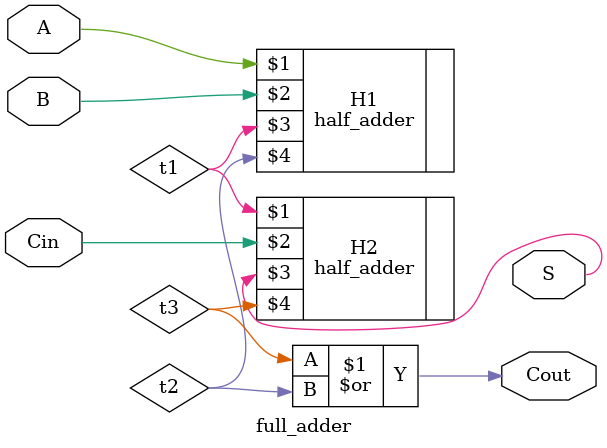
<source format=v>
`timescale 1ns/10ps


module full_adder(
    input A, B, Cin,
    output S, Cout
);
    wire t1, t2, t3;

    half_adder H1(A, B, t1, t2);
    half_adder H2(t1, Cin, S, t3);
    or(Cout, t3, t2);

	// Your code goes here.  DO NOT change anything that is already given! Otherwise, you will not be able to pass the tests!

endmodule

</source>
